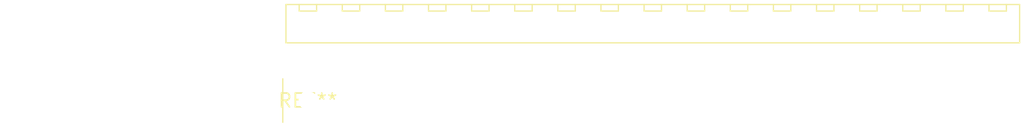
<source format=kicad_pcb>
(kicad_pcb (version 20240108) (generator pcbnew)
  (layers (0 "F.Cu" signal) (31 "B.Cu" signal) (34 "B.Paste" user) (35 "F.Paste" user) (36 "B.SilkS" user "B.Silkscreen") (37 "F.SilkS" user "F.Silkscreen") (38 "B.Mask" user) (39 "F.Mask" user) (44 "Edge.Cuts" user))
  (net 0 "")
  (footprint "Molex_KK-396_A-41792-0017_1x17_P3.96mm_Horizontal" (layer "F.Cu") (at 0 0)
    (property "Reference" "REF**")
    (property "Value" "Molex_KK-396_A-41792-0017_1x17_P3.96mm_Horizontal")
    (fp_line (start -2.305 -2) (end -2.305 2) (layer "F.SilkS") (stroke (width 0.12)))
    (fp_line (start -2.015 -8.82) (end 65.375 -8.82) (layer "F.SilkS") (stroke (width 0.12)))
    (fp_line (start -2.015 -5.3) (end -2.015 -8.82) (layer "F.SilkS") (stroke (width 0.12)))
    (fp_line (start -0.8 -8.82) (end -0.8 -8.22) (layer "F.SilkS") (stroke (width 0.12)))
    (fp_line (start -0.8 -8.22) (end 0.8 -8.22) (layer "F.SilkS") (stroke (width 0.12)))
    (fp_line (start 0.8 -8.22) (end 0.8 -8.82) (layer "F.SilkS") (stroke (width 0.12)))
    (fp_line (start 3.16 -8.82) (end 3.16 -8.22) (layer "F.SilkS") (stroke (width 0.12)))
    (fp_line (start 3.16 -8.22) (end 4.76 -8.22) (layer "F.SilkS") (stroke (width 0.12)))
    (fp_line (start 4.76 -8.22) (end 4.76 -8.82) (layer "F.SilkS") (stroke (width 0.12)))
    (fp_line (start 7.12 -8.82) (end 7.12 -8.22) (layer "F.SilkS") (stroke (width 0.12)))
    (fp_line (start 7.12 -8.22) (end 8.72 -8.22) (layer "F.SilkS") (stroke (width 0.12)))
    (fp_line (start 8.72 -8.22) (end 8.72 -8.82) (layer "F.SilkS") (stroke (width 0.12)))
    (fp_line (start 11.08 -8.82) (end 11.08 -8.22) (layer "F.SilkS") (stroke (width 0.12)))
    (fp_line (start 11.08 -8.22) (end 12.68 -8.22) (layer "F.SilkS") (stroke (width 0.12)))
    (fp_line (start 12.68 -8.22) (end 12.68 -8.82) (layer "F.SilkS") (stroke (width 0.12)))
    (fp_line (start 15.04 -8.82) (end 15.04 -8.22) (layer "F.SilkS") (stroke (width 0.12)))
    (fp_line (start 15.04 -8.22) (end 16.64 -8.22) (layer "F.SilkS") (stroke (width 0.12)))
    (fp_line (start 16.64 -8.22) (end 16.64 -8.82) (layer "F.SilkS") (stroke (width 0.12)))
    (fp_line (start 19 -8.82) (end 19 -8.22) (layer "F.SilkS") (stroke (width 0.12)))
    (fp_line (start 19 -8.22) (end 20.6 -8.22) (layer "F.SilkS") (stroke (width 0.12)))
    (fp_line (start 20.6 -8.22) (end 20.6 -8.82) (layer "F.SilkS") (stroke (width 0.12)))
    (fp_line (start 22.96 -8.82) (end 22.96 -8.22) (layer "F.SilkS") (stroke (width 0.12)))
    (fp_line (start 22.96 -8.22) (end 24.56 -8.22) (layer "F.SilkS") (stroke (width 0.12)))
    (fp_line (start 24.56 -8.22) (end 24.56 -8.82) (layer "F.SilkS") (stroke (width 0.12)))
    (fp_line (start 26.92 -8.82) (end 26.92 -8.22) (layer "F.SilkS") (stroke (width 0.12)))
    (fp_line (start 26.92 -8.22) (end 28.52 -8.22) (layer "F.SilkS") (stroke (width 0.12)))
    (fp_line (start 28.52 -8.22) (end 28.52 -8.82) (layer "F.SilkS") (stroke (width 0.12)))
    (fp_line (start 30.88 -8.82) (end 30.88 -8.22) (layer "F.SilkS") (stroke (width 0.12)))
    (fp_line (start 30.88 -8.22) (end 32.48 -8.22) (layer "F.SilkS") (stroke (width 0.12)))
    (fp_line (start 32.48 -8.22) (end 32.48 -8.82) (layer "F.SilkS") (stroke (width 0.12)))
    (fp_line (start 34.84 -8.82) (end 34.84 -8.22) (layer "F.SilkS") (stroke (width 0.12)))
    (fp_line (start 34.84 -8.22) (end 36.44 -8.22) (layer "F.SilkS") (stroke (width 0.12)))
    (fp_line (start 36.44 -8.22) (end 36.44 -8.82) (layer "F.SilkS") (stroke (width 0.12)))
    (fp_line (start 38.8 -8.82) (end 38.8 -8.22) (layer "F.SilkS") (stroke (width 0.12)))
    (fp_line (start 38.8 -8.22) (end 40.4 -8.22) (layer "F.SilkS") (stroke (width 0.12)))
    (fp_line (start 40.4 -8.22) (end 40.4 -8.82) (layer "F.SilkS") (stroke (width 0.12)))
    (fp_line (start 42.76 -8.82) (end 42.76 -8.22) (layer "F.SilkS") (stroke (width 0.12)))
    (fp_line (start 42.76 -8.22) (end 44.36 -8.22) (layer "F.SilkS") (stroke (width 0.12)))
    (fp_line (start 44.36 -8.22) (end 44.36 -8.82) (layer "F.SilkS") (stroke (width 0.12)))
    (fp_line (start 46.72 -8.82) (end 46.72 -8.22) (layer "F.SilkS") (stroke (width 0.12)))
    (fp_line (start 46.72 -8.22) (end 48.32 -8.22) (layer "F.SilkS") (stroke (width 0.12)))
    (fp_line (start 48.32 -8.22) (end 48.32 -8.82) (layer "F.SilkS") (stroke (width 0.12)))
    (fp_line (start 50.68 -8.82) (end 50.68 -8.22) (layer "F.SilkS") (stroke (width 0.12)))
    (fp_line (start 50.68 -8.22) (end 52.28 -8.22) (layer "F.SilkS") (stroke (width 0.12)))
    (fp_line (start 52.28 -8.22) (end 52.28 -8.82) (layer "F.SilkS") (stroke (width 0.12)))
    (fp_line (start 54.64 -8.82) (end 54.64 -8.22) (layer "F.SilkS") (stroke (width 0.12)))
    (fp_line (start 54.64 -8.22) (end 56.24 -8.22) (layer "F.SilkS") (stroke (width 0.12)))
    (fp_line (start 56.24 -8.22) (end 56.24 -8.82) (layer "F.SilkS") (stroke (width 0.12)))
    (fp_line (start 58.6 -8.82) (end 58.6 -8.22) (layer "F.SilkS") (stroke (width 0.12)))
    (fp_line (start 58.6 -8.22) (end 60.2 -8.22) (layer "F.SilkS") (stroke (width 0.12)))
    (fp_line (start 60.2 -8.22) (end 60.2 -8.82) (layer "F.SilkS") (stroke (width 0.12)))
    (fp_line (start 62.56 -8.82) (end 62.56 -8.22) (layer "F.SilkS") (stroke (width 0.12)))
    (fp_line (start 62.56 -8.22) (end 64.16 -8.22) (layer "F.SilkS") (stroke (width 0.12)))
    (fp_line (start 64.16 -8.22) (end 64.16 -8.82) (layer "F.SilkS") (stroke (width 0.12)))
    (fp_line (start 65.375 -8.82) (end 65.375 -5.3) (layer "F.SilkS") (stroke (width 0.12)))
    (fp_line (start 65.375 -5.3) (end -2.015 -5.3) (layer "F.SilkS") (stroke (width 0.12)))
    (pad "1" thru_hole roundrect (at 0 0) (size 3.16 4.1) (drill 1.7) (layers *.Cu *.Mask) (remove_unused_layers) (roundrect_rratio 0.079114))
    (pad "2" thru_hole oval (at 3.96 0) (size 3.16 4.1) (drill 1.7) (layers *.Cu *.Mask) (remove_unused_layers))
    (pad "3" thru_hole oval (at 7.92 0) (size 3.16 4.1) (drill 1.7) (layers *.Cu *.Mask) (remove_unused_layers))
    (pad "4" thru_hole oval (at 11.88 0) (size 3.16 4.1) (drill 1.7) (layers *.Cu *.Mask) (remove_unused_layers))
    (pad "5" thru_hole oval (at 15.84 0) (size 3.16 4.1) (drill 1.7) (layers *.Cu *.Mask) (remove_unused_layers))
    (pad "6" thru_hole oval (at 19.8 0) (size 3.16 4.1) (drill 1.7) (layers *.Cu *.Mask) (remove_unused_layers))
    (pad "7" thru_hole oval (at 23.76 0) (size 3.16 4.1) (drill 1.7) (layers *.Cu *.Mask) (remove_unused_layers))
    (pad "8" thru_hole oval (at 27.72 0) (size 3.16 4.1) (drill 1.7) (layers *.Cu *.Mask) (remove_unused_layers))
    (pad "9" thru_hole oval (at 31.68 0) (size 3.16 4.1) (drill 1.7) (layers *.Cu *.Mask) (remove_unused_layers))
    (pad "10" thru_hole oval (at 35.64 0) (size 3.16 4.1) (drill 1.7) (layers *.Cu *.Mask) (remove_unused_layers))
    (pad "11" thru_hole oval (at 39.6 0) (size 3.16 4.1) (drill 1.7) (layers *.Cu *.Mask) (remove_unused_layers))
    (pad "12" thru_hole oval (at 43.56 0) (size 3.16 4.1) (drill 1.7) (layers *.Cu *.Mask) (remove_unused_layers))
    (pad "13" thru_hole oval (at 47.52 0) (size 3.16 4.1) (drill 1.7) (layers *.Cu *.Mask) (remove_unused_layers))
    (pad "14" thru_hole oval (at 51.48 0) (size 3.16 4.1) (drill 1.7) (layers *.Cu *.Mask) (remove_unused_layers))
    (pad "15" thru_hole oval (at 55.44 0) (size 3.16 4.1) (drill 1.7) (layers *.Cu *.Mask) (remove_unused_layers))
    (pad "16" thru_hole oval (at 59.4 0) (size 3.16 4.1) (drill 1.7) (layers *.Cu *.Mask) (remove_unused_layers))
    (pad "17" thru_hole oval (at 63.36 0) (size 3.16 4.1) (drill 1.7) (layers *.Cu *.Mask) (remove_unused_layers))
  )
)
</source>
